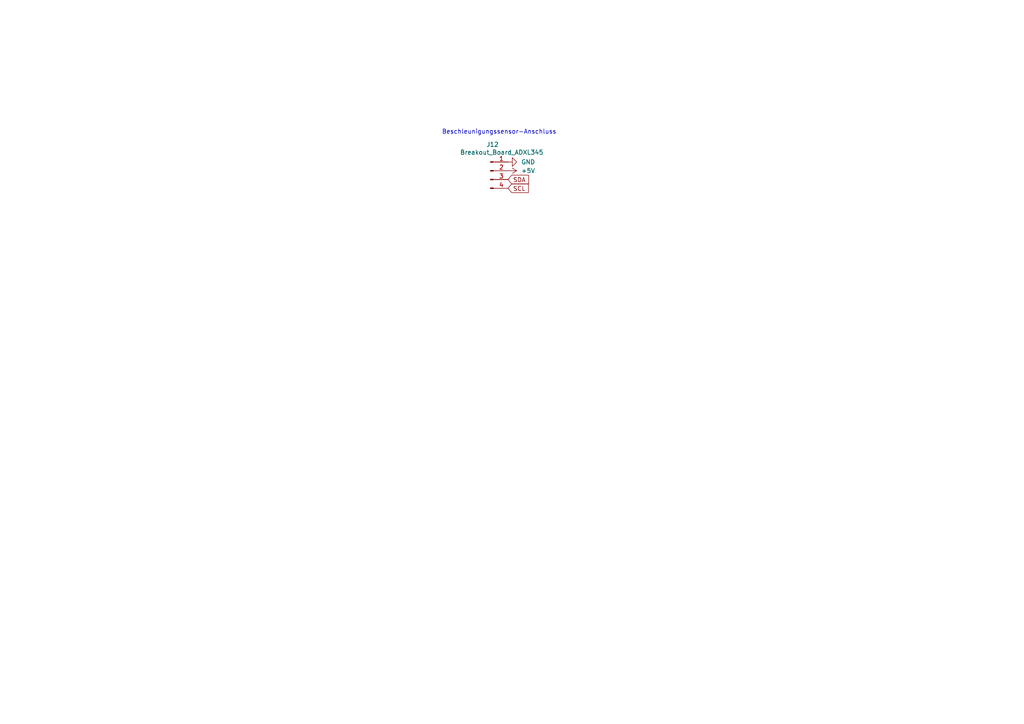
<source format=kicad_sch>
(kicad_sch (version 20231120) (generator "eeschema") (generator_version "8.0")
  (paper "A4")
  (lib_symbols
    (symbol "Connector:Conn_01x04_Pin" (pin_names (offset 1.016) hide)
      (property "Reference" "J" (at 0 5.08 0))
      (property "Value" "Conn_01x04_Pin" (at 0 -7.62 0))
      (symbol "Conn_01x04_Pin_1_1"
        (polyline (pts (xy 1.27 -5.08) (xy 0.8636 -5.08)) (stroke (width 0.1524)))
        (polyline (pts (xy 1.27 -2.54) (xy 0.8636 -2.54)) (stroke (width 0.1524)))
        (polyline (pts (xy 1.27 0) (xy 0.8636 0)) (stroke (width 0.1524)))
        (polyline (pts (xy 1.27 2.54) (xy 0.8636 2.54)) (stroke (width 0.1524)))
        (rectangle (start 0.8636 -4.953) (end 0 -5.207) (stroke (width 0.1524)) (fill (type outline)))
        (rectangle (start 0.8636 -2.413) (end 0 -2.667) (stroke (width 0.1524)) (fill (type outline)))
        (rectangle (start 0.8636 0.127) (end 0 -0.127) (stroke (width 0.1524)) (fill (type outline)))
        (rectangle (start 0.8636 2.667) (end 0 2.413) (stroke (width 0.1524)) (fill (type outline)))
        (pin passive line (at 5.08 2.54 180) (length 3.81) (name "Pin_1") (number "1"))
        (pin passive line (at 5.08 0 180) (length 3.81) (name "Pin_2") (number "2"))
        (pin passive line (at 5.08 -2.54 180) (length 3.81) (name "Pin_3") (number "3"))
        (pin passive line (at 5.08 -5.08 180) (length 3.81) (name "Pin_4") (number "4"))
      )
    )
    (symbol "power:+5V" (power) (pin_numbers hide) (pin_names (offset 0) hide)
      (property "Value" "+5V" (at 0 3.556 0))
      (symbol "+5V_0_1"
        (polyline (pts (xy -0.762 1.27) (xy 0 2.54)))
        (polyline (pts (xy 0 0) (xy 0 2.54)))
        (polyline (pts (xy 0 2.54) (xy 0.762 1.27)))
      )
      (symbol "+5V_1_1"
        (pin power_in line (at 0 0 90) (length 0) (name "~") (number "1"))
      )
    )
    (symbol "power:GND" (power) (pin_numbers hide) (pin_names (offset 0) hide)
      (property "Value" "GND" (at 0 -3.81 0))
      (symbol "GND_0_1"
        (polyline (pts (xy 0 0) (xy 0 -1.27) (xy 1.27 -1.27) (xy 0 -2.54) (xy -1.27 -1.27) (xy 0 -1.27)))
      )
      (symbol "GND_1_1"
        (pin power_in line (at 0 0 270) (length 0) (name "~") (number "1"))
      )
    )
  )
  (text "Beschleunigungssensor-Anschluss" (at 144.78 38.354 0) (effects (font (size 1.27 1.27))))
  (global_label "SCL" (shape input) (at 147.32 54.61 0) (property "Intersheetrefs" "${INTERSHEET_REFS}" (effects (hide yes))))
  (global_label "SDA" (shape input) (at 147.32 52.07 0) (property "Intersheetrefs" "${INTERSHEET_REFS}" (effects (hide yes))))
  (symbol (lib_id "power:+5V") (at 147.32 49.53 270) (unit 1)
    (property "Reference" "#PWR028" (effects (hide yes)))
    (property "Value" "+5V" (at 151.13 49.5299 90) (effects (justify left)))
    (property "Description" "Power symbol creates a global label with name \"+5V\"" (effects (hide yes)))
  )
  (symbol (lib_id "power:GND") (at 147.32 46.99 90) (unit 1)
    (property "Reference" "#PWR030" (effects (hide yes)))
    (property "Value" "GND" (at 151.13 46.9899 90) (effects (justify right)))
    (property "Description" "Power symbol creates a global label with name \"GND\" , ground" (effects (hide yes)))
  )
  (symbol (lib_id "Connector:Conn_01x04_Pin") (at 142.24 49.53 0) (unit 1)
    (property "Reference" "J12" (at 142.875 41.91 0))
    (property "Value" "Breakout_Board_ADXL345" (at 145.542 44.196 0))
    (property "Footprint" "Connector_PinHeader_2.54mm:PinHeader_1x04_P2.54mm_Horizontal" (effects (hide yes)))
    (property "Description" "Generic connector, single row, 01x04, script generated" (effects (hide yes)))
  )
)
</source>
